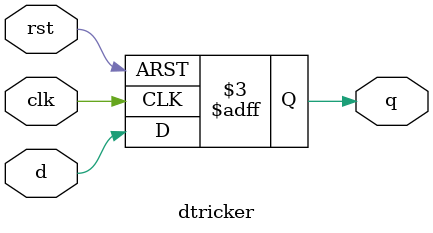
<source format=v>
`timescale 1ns/1ns
module seqcheck(in, out, clk, rst, state);
input in, clk, rst;
output out;
output state;
reg out;
wire [5:0] state;
dtricker D0(.d(in), .q(state[0]), .rst(rst), .clk(clk));
dtricker D1(.d(state[0]), .q(state[1]), .rst(rst), .clk(clk));
dtricker D2(.d(state[1]), .q(state[2]), .rst(rst), .clk(clk));
dtricker D3(.d(state[2]), .q(state[3]), .rst(rst), .clk(clk));
dtricker D4(.d(state[3]), .q(state[4]), .rst(rst), .clk(clk));
dtricker D5(.d(state[4]), .q(state[5]), .rst(rst), .clk(clk));
always @(posedge clk or negedge rst) begin
	if (~rst) begin
		out <= 0;
	end
	else if (clk) begin
		out <= 0;
		if(((state == 6'b010101) || (state == 6'b110101))
		 && (in == 1)) out <= 1;
	end
end
endmodule

module dtricker(d, q, rst, clk);
input d, rst, clk;
output q;
reg q;
always @(posedge clk or negedge rst) begin
	if (~rst) begin
		q <= 0;
	end
	else if (clk) begin
		#0 q <= d;
	end
end
endmodule
</source>
